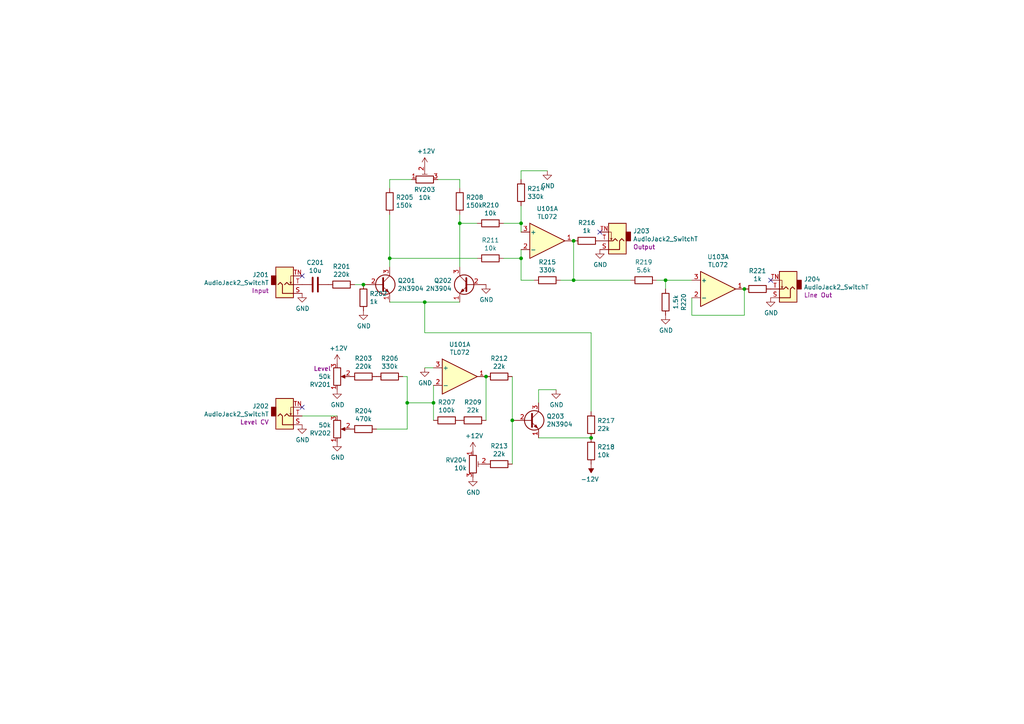
<source format=kicad_sch>
(kicad_sch (version 20211123) (generator eeschema)
  (paper "A4")
  (title_block (title "VCA") (date "2021-05-30") (rev "1.0"))
  (lib_symbols
    (symbol "Amplifier_Operational:TL072" (pin_names (offset 0.127))
      (property "Reference" "U" (at 0 5.08 0))
      (property "Value" "TL072" (at 0 -5.08 0))
      (symbol "TL072_1_1"
        (polyline (pts (xy -5.08 5.08) (xy 5.08 0) (xy -5.08 -5.08) (xy -5.08 5.08)) (stroke (width 0.254)) (fill (type background)))
        (pin output line (at 7.62 0 180) (length 2.54) (name "~") (number "1"))
        (pin input line (at -7.62 -2.54 0) (length 2.54) (name "-") (number "2"))
        (pin input line (at -7.62 2.54 0) (length 2.54) (name "+") (number "3"))
      )
      (symbol "TL072_2_1"
        (polyline (pts (xy -5.08 5.08) (xy 5.08 0) (xy -5.08 -5.08) (xy -5.08 5.08)) (stroke (width 0.254)) (fill (type background)))
        (pin input line (at -7.62 2.54 0) (length 2.54) (name "+") (number "5"))
        (pin input line (at -7.62 -2.54 0) (length 2.54) (name "-") (number "6"))
        (pin output line (at 7.62 0 180) (length 2.54) (name "~") (number "7"))
      )
      (symbol "TL072_3_1"
        (pin power_in line (at -2.54 -7.62 90) (length 3.81) (name "V-") (number "4"))
        (pin power_in line (at -2.54 7.62 270) (length 3.81) (name "V+") (number "8"))
      )
    )
    (symbol "Connector:AudioJack2_SwitchT"
      (property "Reference" "J" (at 0 8.89 0))
      (property "Value" "AudioJack2_SwitchT" (at 0 6.35 0))
      (symbol "AudioJack2_SwitchT_0_1"
        (rectangle (start -2.54 0) (end -3.81 -2.54) (stroke (width 0.254)) (fill (type outline)))
        (polyline (pts (xy 1.778 -0.254) (xy 2.032 -0.762)))
        (polyline (pts (xy 0 0) (xy 0.635 -0.635) (xy 1.27 0) (xy 2.54 0)) (stroke (width 0.254)))
        (polyline (pts (xy 2.54 -2.54) (xy 1.778 -2.54) (xy 1.778 -0.254) (xy 1.524 -0.762)))
        (polyline (pts (xy 2.54 2.54) (xy -0.635 2.54) (xy -0.635 0) (xy -1.27 -0.635) (xy -1.905 0)) (stroke (width 0.254)))
        (rectangle (start 2.54 3.81) (end -2.54 -5.08) (stroke (width 0.254)) (fill (type background)))
      )
      (symbol "AudioJack2_SwitchT_1_1"
        (pin passive line (at 5.08 2.54 180) (length 2.54) (name "~") (number "S"))
        (pin passive line (at 5.08 0 180) (length 2.54) (name "~") (number "T"))
        (pin passive line (at 5.08 -2.54 180) (length 2.54) (name "~") (number "TN"))
      )
    )
    (symbol "Device:C" (pin_numbers hide) (pin_names (offset 0.254))
      (property "Reference" "C" (at 0.635 2.54 0))
      (property "Value" "C" (at 0.635 -2.54 0))
      (symbol "C_0_1"
        (polyline (pts (xy -2.032 -0.762) (xy 2.032 -0.762)) (stroke (width 0.508)))
        (polyline (pts (xy -2.032 0.762) (xy 2.032 0.762)) (stroke (width 0.508)))
      )
      (symbol "C_1_1"
        (pin passive line (at 0 3.81 270) (length 2.794) (name "~") (number "1"))
        (pin passive line (at 0 -3.81 90) (length 2.794) (name "~") (number "2"))
      )
    )
    (symbol "Device:R" (pin_numbers hide) (pin_names (offset 0))
      (property "Reference" "R" (at 2.032 0 90))
      (property "Value" "R" (at 0 0 90))
      (symbol "R_0_1"
        (rectangle (start -1.016 -2.54) (end 1.016 2.54) (stroke (width 0.254)))
      )
      (symbol "R_1_1"
        (pin passive line (at 0 3.81 270) (length 1.27) (name "~") (number "1"))
        (pin passive line (at 0 -3.81 90) (length 1.27) (name "~") (number "2"))
      )
    )
    (symbol "Device:R_Potentiometer" (pin_names (offset 1.016) hide)
      (property "Reference" "RV" (at -4.445 0 90))
      (property "Value" "R_Potentiometer" (at -2.54 0 90))
      (symbol "R_Potentiometer_0_1"
        (polyline (pts (xy 2.54 0) (xy 1.524 0)))
        (polyline (pts (xy 1.143 0) (xy 2.286 0.508) (xy 2.286 -0.508) (xy 1.143 0)) (fill (type outline)))
        (rectangle (start 1.016 2.54) (end -1.016 -2.54) (stroke (width 0.254)))
      )
      (symbol "R_Potentiometer_1_1"
        (pin passive line (at 0 3.81 270) (length 1.27) (name "1") (number "1"))
        (pin passive line (at 3.81 0 180) (length 1.27) (name "2") (number "2"))
        (pin passive line (at 0 -3.81 90) (length 1.27) (name "3") (number "3"))
      )
    )
    (symbol "Device:R_Potentiometer_Trim" (pin_names (offset 1.016) hide)
      (property "Reference" "RV" (at -4.445 0 90))
      (property "Value" "R_Potentiometer_Trim" (at -2.54 0 90))
      (symbol "R_Potentiometer_Trim_0_1"
        (polyline (pts (xy 1.524 0.762) (xy 1.524 -0.762)))
        (polyline (pts (xy 2.54 0) (xy 1.524 0)))
        (rectangle (start 1.016 2.54) (end -1.016 -2.54) (stroke (width 0.254)))
      )
      (symbol "R_Potentiometer_Trim_1_1"
        (pin passive line (at 0 3.81 270) (length 1.27) (name "1") (number "1"))
        (pin passive line (at 3.81 0 180) (length 1.27) (name "2") (number "2"))
        (pin passive line (at 0 -3.81 90) (length 1.27) (name "3") (number "3"))
      )
    )
    (symbol "Transistor_BJT:2N3904" (pin_names (offset 0) hide)
      (property "Reference" "Q" (at 5.08 1.905 0))
      (property "Value" "2N3904" (at 5.08 0 0))
      (symbol "2N3904_0_1"
        (polyline (pts (xy 0.635 0.635) (xy 2.54 2.54)))
        (polyline (pts (xy 0.635 -0.635) (xy 2.54 -2.54) (xy 2.54 -2.54)))
        (polyline (pts (xy 0.635 1.905) (xy 0.635 -1.905) (xy 0.635 -1.905)) (stroke (width 0.508)))
        (polyline (pts (xy 1.27 -1.778) (xy 1.778 -1.27) (xy 2.286 -2.286) (xy 1.27 -1.778) (xy 1.27 -1.778)) (fill (type outline)))
        (circle (center 1.27 0) (radius 2.8194) (stroke (width 0.254)))
      )
      (symbol "2N3904_1_1"
        (pin passive line (at 2.54 -5.08 90) (length 2.54) (name "E") (number "1"))
        (pin passive line (at -5.08 0 0) (length 5.715) (name "B") (number "2"))
        (pin passive line (at 2.54 5.08 270) (length 2.54) (name "C") (number "3"))
      )
    )
    (symbol "power:+12V" (power) (pin_names (offset 0))
      (property "Value" "+12V" (at 0 3.556 0))
      (symbol "+12V_0_1"
        (polyline (pts (xy -0.762 1.27) (xy 0 2.54)))
        (polyline (pts (xy 0 0) (xy 0 2.54)))
        (polyline (pts (xy 0 2.54) (xy 0.762 1.27)))
      )
      (symbol "+12V_1_1"
        (pin power_in line (at 0 0 90) (length 0) hide (name "+12V") (number "1"))
      )
    )
    (symbol "power:-12V" (power) (pin_names (offset 0))
      (property "Value" "-12V" (at 0 3.81 0))
      (symbol "-12V_0_0"
        (pin power_in line (at 0 0 90) (length 0) hide (name "-12V") (number "1"))
      )
      (symbol "-12V_0_1"
        (polyline (pts (xy 0 0) (xy 0 1.27) (xy 0.762 1.27) (xy 0 2.54) (xy -0.762 1.27) (xy 0 1.27)) (fill (type outline)))
      )
    )
    (symbol "power:GND" (power) (pin_names (offset 0))
      (property "Value" "GND" (at 0 -3.81 0))
      (symbol "GND_0_1"
        (polyline (pts (xy 0 0) (xy 0 -1.27) (xy 1.27 -1.27) (xy 0 -2.54) (xy -1.27 -1.27) (xy 0 -1.27)))
      )
      (symbol "GND_1_1"
        (pin power_in line (at 0 0 270) (length 0) hide (name "GND") (number "1"))
      )
    )
  )
  (junction (at 148.59 121.92))
  (junction (at 215.9 83.82))
  (junction (at 151.13 64.77))
  (junction (at 113.03 74.93))
  (junction (at 166.37 69.85))
  (junction (at 118.11 116.84))
  (junction (at 133.35 64.77))
  (junction (at 105.41 82.55))
  (junction (at 125.73 116.84))
  (junction (at 123.19 87.63))
  (junction (at 193.04 81.28))
  (junction (at 140.97 109.22))
  (junction (at 171.45 127))
  (junction (at 166.37 81.28))
  (junction (at 151.13 74.93))
  (no_connect (at 87.63 80.01))
  (no_connect (at 87.63 118.11))
  (no_connect (at 173.99 67.31))
  (no_connect (at 223.52 81.28))
  (wire (pts (xy 193.04 81.28) (xy 193.04 83.82)))
  (wire (pts (xy 113.03 54.61) (xy 113.03 52.07)))
  (wire (pts (xy 123.19 87.63) (xy 133.35 87.63)))
  (wire (pts (xy 113.03 87.63) (xy 123.19 87.63)))
  (wire (pts (xy 118.11 116.84) (xy 125.73 116.84)))
  (wire (pts (xy 148.59 109.22) (xy 148.59 121.92)))
  (wire (pts (xy 162.56 81.28) (xy 166.37 81.28)))
  (wire (pts (xy 113.03 62.23) (xy 113.03 74.93)))
  (wire (pts (xy 118.11 109.22) (xy 118.11 116.84)))
  (wire (pts (xy 87.63 120.65) (xy 97.79 120.65)))
  (wire (pts (xy 156.21 113.03) (xy 161.29 113.03)))
  (wire (pts (xy 151.13 52.07) (xy 151.13 49.53)))
  (wire (pts (xy 140.97 121.92) (xy 140.97 109.22)))
  (wire (pts (xy 171.45 119.38) (xy 171.45 96.52)))
  (wire (pts (xy 171.45 96.52) (xy 123.19 96.52)))
  (wire (pts (xy 200.66 86.36) (xy 200.66 91.44)))
  (wire (pts (xy 215.9 91.44) (xy 215.9 83.82)))
  (wire (pts (xy 148.59 121.92) (xy 148.59 134.62)))
  (wire (pts (xy 113.03 74.93) (xy 113.03 77.47)))
  (wire (pts (xy 133.35 64.77) (xy 133.35 77.47)))
  (wire (pts (xy 146.05 64.77) (xy 151.13 64.77)))
  (wire (pts (xy 116.84 109.22) (xy 118.11 109.22)))
  (wire (pts (xy 166.37 81.28) (xy 182.88 81.28)))
  (wire (pts (xy 151.13 81.28) (xy 154.94 81.28)))
  (wire (pts (xy 151.13 74.93) (xy 151.13 81.28)))
  (wire (pts (xy 127 52.07) (xy 133.35 52.07)))
  (wire (pts (xy 190.5 81.28) (xy 193.04 81.28)))
  (wire (pts (xy 123.19 106.68) (xy 125.73 106.68)))
  (wire (pts (xy 138.43 64.77) (xy 133.35 64.77)))
  (wire (pts (xy 118.11 116.84) (xy 118.11 124.46)))
  (wire (pts (xy 133.35 62.23) (xy 133.35 64.77)))
  (wire (pts (xy 125.73 116.84) (xy 125.73 121.92)))
  (wire (pts (xy 118.11 124.46) (xy 109.22 124.46)))
  (wire (pts (xy 193.04 81.28) (xy 200.66 81.28)))
  (wire (pts (xy 151.13 49.53) (xy 158.75 49.53)))
  (wire (pts (xy 102.87 82.55) (xy 105.41 82.55)))
  (wire (pts (xy 166.37 81.28) (xy 166.37 69.85)))
  (wire (pts (xy 151.13 72.39) (xy 151.13 74.93)))
  (wire (pts (xy 123.19 87.63) (xy 123.19 96.52)))
  (wire (pts (xy 138.43 74.93) (xy 113.03 74.93)))
  (wire (pts (xy 151.13 59.69) (xy 151.13 64.77)))
  (wire (pts (xy 146.05 74.93) (xy 151.13 74.93)))
  (wire (pts (xy 113.03 52.07) (xy 119.38 52.07)))
  (wire (pts (xy 125.73 111.76) (xy 125.73 116.84)))
  (wire (pts (xy 156.21 116.84) (xy 156.21 113.03)))
  (wire (pts (xy 156.21 127) (xy 171.45 127)))
  (wire (pts (xy 200.66 91.44) (xy 215.9 91.44)))
  (wire (pts (xy 133.35 52.07) (xy 133.35 54.61)))
  (wire (pts (xy 151.13 64.77) (xy 151.13 67.31)))
  (symbol (lib_id "Device:R") (at 105.41 109.22 90)
    (property "Reference" "R203" (at 105.41 103.9622 90))
    (property "Value" "220k" (at 105.41 106.2736 90))
    (property "Footprint" "Resistor_THT:R_Axial_DIN0207_L6.3mm_D2.5mm_P7.62mm_Horizontal" (effects hide))
  )
  (symbol (lib_id "Device:R_Potentiometer") (at 97.79 124.46 0) (mirror x)
    (property "Reference" "RV202" (at 96.012 125.6284 0) (effects (justify right)))
    (property "Value" "50k" (at 96.012 123.317 0) (effects (justify right)))
    (property "Footprint" "Potentiometer_THT:Potentiometer_Alpha_RD901F-40-00D_Single_Vertical_CircularHoles" (effects hide))
  )
  (symbol (lib_id "Amplifier_Operational:TL072") (at 133.35 109.22 0)
    (property "Reference" "U101" (at 133.35 99.8982 0))
    (property "Value" "TL072" (at 133.35 102.2096 0))
    (property "Footprint" "Package_DIP:DIP-8_W7.62mm_Socket" (effects hide))
    (property "Datasheet" "http://www.ti.com/lit/ds/symlink/tl071.pdf" (effects hide))
  )
  (symbol (lib_id "Transistor_BJT:2N3904") (at 153.67 121.92 0)
    (property "Reference" "Q203" (at 158.496 120.7516 0) (effects (justify left)))
    (property "Value" "2N3904" (at 158.496 123.063 0) (effects (justify left)))
    (property "Footprint" "Package_TO_SOT_THT:TO-92_Inline" (effects hide))
    (property "Datasheet" "https://www.onsemi.com/pub/Collateral/2N3903-D.PDF" (effects hide))
  )
  (symbol (lib_id "Device:R_Potentiometer_Trim") (at 137.16 134.62 0)
    (property "Reference" "RV204" (at 135.382 133.4516 0) (effects (justify right)))
    (property "Value" "10k" (at 135.382 135.763 0) (effects (justify right)))
    (property "Footprint" "Potentiometer_THT:Potentiometer_Runtron_RM-065_Vertical" (effects hide))
  )
  (symbol (lib_id "Device:R") (at 113.03 109.22 90)
    (property "Reference" "R206" (at 113.03 103.9622 90))
    (property "Value" "330k" (at 113.03 106.2736 90))
    (property "Footprint" "Resistor_THT:R_Axial_DIN0207_L6.3mm_D2.5mm_P7.62mm_Horizontal" (effects hide))
  )
  (symbol (lib_id "Device:R_Potentiometer") (at 97.79 109.22 0) (mirror x)
    (property "Reference" "RV201" (at 96.012 111.5314 0) (effects (justify right)))
    (property "Value" "50k" (at 96.012 109.22 0) (effects (justify right)))
    (property "Footprint" "Potentiometer_THT:Potentiometer_Alpha_RD901F-40-00D_Single_Vertical_CircularHoles" (effects hide))
    (property "Description" "Level" (at 96.012 106.9086 0) (effects (justify right)))
  )
  (symbol (lib_id "power:+12V") (at 97.79 105.41 0)
    (property "Reference" "#PWR0303" (effects hide))
    (property "Value" "+12V" (at 98.171 101.0158 0))
  )
  (symbol (lib_id "power:GND") (at 97.79 113.03 0)
    (property "Reference" "#PWR0304" (effects hide))
    (property "Value" "GND" (at 97.917 117.4242 0))
  )
  (symbol (lib_id "power:GND") (at 97.79 128.27 0)
    (property "Reference" "#PWR0305" (effects hide))
    (property "Value" "GND" (at 97.917 132.6642 0))
  )
  (symbol (lib_id "Connector:AudioJack2_SwitchT") (at 82.55 120.65 0) (mirror x)
    (property "Reference" "J202" (at 78.0034 117.8052 0) (effects (justify right)))
    (property "Value" "AudioJack2_SwitchT" (at 78.0034 120.1166 0) (effects (justify right)))
    (property "Footprint" "Connector_Audio:Jack_3.5mm_QingPu_WQP-PJ398SM_Vertical_CircularHoles" (effects hide))
    (property "Description" "Level CV" (at 78.0034 122.428 0) (effects (justify right)))
  )
  (symbol (lib_id "power:GND") (at 87.63 123.19 0)
    (property "Reference" "#PWR0302" (effects hide))
    (property "Value" "GND" (at 87.757 127.5842 0))
  )
  (symbol (lib_id "Device:R") (at 105.41 124.46 90)
    (property "Reference" "R204" (at 105.41 119.2022 90))
    (property "Value" "470k" (at 105.41 121.5136 90))
    (property "Footprint" "Resistor_THT:R_Axial_DIN0207_L6.3mm_D2.5mm_P7.62mm_Horizontal" (effects hide))
  )
  (symbol (lib_id "Device:R") (at 129.54 121.92 90)
    (property "Reference" "R207" (at 129.54 116.6622 90))
    (property "Value" "100k" (at 129.54 118.9736 90))
    (property "Footprint" "Resistor_THT:R_Axial_DIN0207_L6.3mm_D2.5mm_P7.62mm_Horizontal" (effects hide))
  )
  (symbol (lib_id "Device:R") (at 137.16 121.92 90)
    (property "Reference" "R209" (at 137.16 116.6622 90))
    (property "Value" "22k" (at 137.16 118.9736 90))
    (property "Footprint" "Resistor_THT:R_Axial_DIN0207_L6.3mm_D2.5mm_P7.62mm_Horizontal" (effects hide))
  )
  (symbol (lib_id "power:GND") (at 123.19 106.68 0)
    (property "Reference" "#PWR0308" (effects hide))
    (property "Value" "GND" (at 123.317 111.0742 0))
  )
  (symbol (lib_id "power:GND") (at 137.16 138.43 0)
    (property "Reference" "#PWR0310" (effects hide))
    (property "Value" "GND" (at 137.287 142.8242 0))
  )
  (symbol (lib_id "power:+12V") (at 137.16 130.81 0)
    (property "Reference" "#PWR0309" (effects hide))
    (property "Value" "+12V" (at 137.541 126.4158 0))
  )
  (symbol (lib_id "Device:R") (at 144.78 134.62 90)
    (property "Reference" "R213" (at 144.78 129.3622 90))
    (property "Value" "22k" (at 144.78 131.6736 90))
    (property "Footprint" "Resistor_THT:R_Axial_DIN0207_L6.3mm_D2.5mm_P7.62mm_Horizontal" (effects hide))
  )
  (symbol (lib_id "Device:R") (at 144.78 109.22 90)
    (property "Reference" "R212" (at 144.78 103.9622 90))
    (property "Value" "22k" (at 144.78 106.2736 90))
    (property "Footprint" "Resistor_THT:R_Axial_DIN0207_L6.3mm_D2.5mm_P7.62mm_Horizontal" (effects hide))
  )
  (symbol (lib_id "power:GND") (at 161.29 113.03 0)
    (property "Reference" "#PWR0313" (effects hide))
    (property "Value" "GND" (at 161.417 117.4242 0))
  )
  (symbol (lib_id "Transistor_BJT:2N3904") (at 110.49 82.55 0)
    (property "Reference" "Q201" (at 115.316 81.3816 0) (effects (justify left)))
    (property "Value" "2N3904" (at 115.316 83.693 0) (effects (justify left)))
    (property "Footprint" "Package_TO_SOT_THT:TO-92_Inline" (effects hide))
    (property "Datasheet" "https://www.onsemi.com/pub/Collateral/2N3903-D.PDF" (effects hide))
  )
  (symbol (lib_id "Transistor_BJT:2N3904") (at 135.89 82.55 0) (mirror y)
    (property "Reference" "Q202" (at 131.0386 81.3816 0) (effects (justify left)))
    (property "Value" "2N3904" (at 131.0386 83.693 0) (effects (justify left)))
    (property "Footprint" "Package_TO_SOT_THT:TO-92_Inline" (effects hide))
    (property "Datasheet" "https://www.onsemi.com/pub/Collateral/2N3903-D.PDF" (effects hide))
  )
  (symbol (lib_id "power:GND") (at 140.97 82.55 0)
    (property "Reference" "#PWR0311" (effects hide))
    (property "Value" "GND" (at 141.097 86.9442 0))
  )
  (symbol (lib_id "Device:R") (at 105.41 86.36 180)
    (property "Reference" "R202" (at 107.188 85.1916 0) (effects (justify right)))
    (property "Value" "1k" (at 107.188 87.503 0) (effects (justify right)))
    (property "Footprint" "Resistor_THT:R_Axial_DIN0207_L6.3mm_D2.5mm_P7.62mm_Horizontal" (effects hide))
  )
  (symbol (lib_id "power:GND") (at 105.41 90.17 0)
    (property "Reference" "#PWR0306" (effects hide))
    (property "Value" "GND" (at 105.537 94.5642 0))
  )
  (symbol (lib_id "Device:R") (at 99.06 82.55 90)
    (property "Reference" "R201" (at 99.06 77.2922 90))
    (property "Value" "220k" (at 99.06 79.6036 90))
    (property "Footprint" "Resistor_THT:R_Axial_DIN0207_L6.3mm_D2.5mm_P7.62mm_Horizontal" (effects hide))
  )
  (symbol (lib_id "Device:C") (at 91.44 82.55 90)
    (property "Reference" "C201" (at 91.44 76.1492 90))
    (property "Value" "10u" (at 91.44 78.4606 90))
    (property "Footprint" "Capacitor_THT:C_Disc_D5.0mm_W2.5mm_P5.00mm" (effects hide))
  )
  (symbol (lib_id "Connector:AudioJack2_SwitchT") (at 82.55 82.55 0) (mirror x)
    (property "Reference" "J201" (at 78.0034 79.7052 0) (effects (justify right)))
    (property "Value" "AudioJack2_SwitchT" (at 78.0034 82.0166 0) (effects (justify right)))
    (property "Footprint" "Connector_Audio:Jack_3.5mm_QingPu_WQP-PJ398SM_Vertical_CircularHoles" (effects hide))
    (property "Description" "Input" (at 78.0034 84.328 0) (effects (justify right)))
  )
  (symbol (lib_id "power:GND") (at 87.63 85.09 0)
    (property "Reference" "#PWR0301" (effects hide))
    (property "Value" "GND" (at 87.757 89.4842 0))
  )
  (symbol (lib_id "Device:R") (at 133.35 58.42 180)
    (property "Reference" "R208" (at 135.128 57.2516 0) (effects (justify right)))
    (property "Value" "150k" (at 135.128 59.563 0) (effects (justify right)))
    (property "Footprint" "Resistor_THT:R_Axial_DIN0207_L6.3mm_D2.5mm_P7.62mm_Horizontal" (effects hide))
  )
  (symbol (lib_id "Amplifier_Operational:TL072") (at 158.75 69.85 0)
    (property "Reference" "U101" (at 158.75 60.5282 0))
    (property "Value" "TL072" (at 158.75 62.8396 0))
    (property "Footprint" "Package_DIP:DIP-8_W7.62mm_Socket" (effects hide))
    (property "Datasheet" "http://www.ti.com/lit/ds/symlink/tl071.pdf" (effects hide))
  )
  (symbol (lib_id "Device:R") (at 158.75 81.28 90)
    (property "Reference" "R215" (at 158.75 76.0222 90))
    (property "Value" "330k" (at 158.75 78.3336 90))
    (property "Footprint" "Resistor_THT:R_Axial_DIN0207_L6.3mm_D2.5mm_P7.62mm_Horizontal" (effects hide))
  )
  (symbol (lib_id "Device:R") (at 151.13 55.88 180)
    (property "Reference" "R214" (at 152.908 54.7116 0) (effects (justify right)))
    (property "Value" "330k" (at 152.908 57.023 0) (effects (justify right)))
    (property "Footprint" "Resistor_THT:R_Axial_DIN0207_L6.3mm_D2.5mm_P7.62mm_Horizontal" (effects hide))
  )
  (symbol (lib_id "power:GND") (at 158.75 49.53 0)
    (property "Reference" "#PWR0312" (effects hide))
    (property "Value" "GND" (at 158.877 53.9242 0))
  )
  (symbol (lib_id "Device:R") (at 142.24 64.77 90)
    (property "Reference" "R210" (at 142.24 59.5122 90))
    (property "Value" "10k" (at 142.24 61.8236 90))
    (property "Footprint" "Resistor_THT:R_Axial_DIN0207_L6.3mm_D2.5mm_P7.62mm_Horizontal" (effects hide))
  )
  (symbol (lib_id "Device:R") (at 142.24 74.93 90)
    (property "Reference" "R211" (at 142.24 69.6722 90))
    (property "Value" "10k" (at 142.24 71.9836 90))
    (property "Footprint" "Resistor_THT:R_Axial_DIN0207_L6.3mm_D2.5mm_P7.62mm_Horizontal" (effects hide))
  )
  (symbol (lib_id "Device:R") (at 113.03 58.42 180)
    (property "Reference" "R205" (at 114.808 57.2516 0) (effects (justify right)))
    (property "Value" "150k" (at 114.808 59.563 0) (effects (justify right)))
    (property "Footprint" "Resistor_THT:R_Axial_DIN0207_L6.3mm_D2.5mm_P7.62mm_Horizontal" (effects hide))
  )
  (symbol (lib_id "Device:R_Potentiometer_Trim") (at 123.19 52.07 90)
    (property "Reference" "RV203" (at 123.19 54.991 90))
    (property "Value" "10k" (at 123.19 57.3024 90))
    (property "Footprint" "Potentiometer_THT:Potentiometer_Runtron_RM-065_Vertical" (effects hide))
  )
  (symbol (lib_id "power:+12V") (at 123.19 48.26 0)
    (property "Reference" "#PWR0307" (effects hide))
    (property "Value" "+12V" (at 123.571 43.8658 0))
  )
  (symbol (lib_id "Device:R") (at 171.45 123.19 180)
    (property "Reference" "R217" (at 173.228 122.0216 0) (effects (justify right)))
    (property "Value" "22k" (at 173.228 124.333 0) (effects (justify right)))
    (property "Footprint" "Resistor_THT:R_Axial_DIN0207_L6.3mm_D2.5mm_P7.62mm_Horizontal" (effects hide))
  )
  (symbol (lib_id "Device:R") (at 171.45 130.81 180)
    (property "Reference" "R218" (at 173.228 129.6416 0) (effects (justify right)))
    (property "Value" "10k" (at 173.228 131.953 0) (effects (justify right)))
    (property "Footprint" "Resistor_THT:R_Axial_DIN0207_L6.3mm_D2.5mm_P7.62mm_Horizontal" (effects hide))
  )
  (symbol (lib_id "power:-12V") (at 171.45 134.62 180)
    (property "Reference" "#PWR0314" (effects hide))
    (property "Value" "-12V" (at 171.069 139.0142 0))
  )
  (symbol (lib_id "Connector:AudioJack2_SwitchT") (at 179.07 69.85 180)
    (property "Reference" "J203" (at 183.6166 67.0052 0) (effects (justify right)))
    (property "Value" "AudioJack2_SwitchT" (at 183.6166 69.3166 0) (effects (justify right)))
    (property "Footprint" "Connector_Audio:Jack_3.5mm_QingPu_WQP-PJ398SM_Vertical_CircularHoles" (effects hide))
    (property "Description" "Output" (at 183.6166 71.628 0) (effects (justify right)))
  )
  (symbol (lib_id "power:GND") (at 173.99 72.39 0)
    (property "Reference" "#PWR0315" (effects hide))
    (property "Value" "GND" (at 174.117 76.7842 0))
  )
  (symbol (lib_id "Device:R") (at 170.18 69.85 90)
    (property "Reference" "R216" (at 170.18 64.5922 90))
    (property "Value" "1k" (at 170.18 66.9036 90))
    (property "Footprint" "Resistor_THT:R_Axial_DIN0207_L6.3mm_D2.5mm_P7.62mm_Horizontal" (effects hide))
  )
  (symbol (lib_id "Device:R") (at 193.04 87.63 0)
    (property "Reference" "R220" (at 198.2978 87.63 90))
    (property "Value" "1.5k" (at 195.9864 87.63 90))
    (property "Footprint" "Resistor_THT:R_Axial_DIN0207_L6.3mm_D2.5mm_P7.62mm_Horizontal" (effects hide))
  )
  (symbol (lib_id "power:GND") (at 193.04 91.44 0)
    (property "Reference" "#PWR0316" (effects hide))
    (property "Value" "GND" (at 193.167 95.8342 0))
  )
  (symbol (lib_id "Connector:AudioJack2_SwitchT") (at 228.6 83.82 180)
    (property "Reference" "J204" (at 233.1466 80.9752 0) (effects (justify right)))
    (property "Value" "AudioJack2_SwitchT" (at 233.1466 83.2866 0) (effects (justify right)))
    (property "Footprint" "Connector_Audio:Jack_3.5mm_QingPu_WQP-PJ398SM_Vertical_CircularHoles" (effects hide))
    (property "Description" "Line Out" (at 233.1466 85.598 0) (effects (justify right)))
  )
  (symbol (lib_id "power:GND") (at 223.52 86.36 0)
    (property "Reference" "#PWR0317" (effects hide))
    (property "Value" "GND" (at 223.647 90.7542 0))
  )
  (symbol (lib_id "Amplifier_Operational:TL072") (at 208.28 83.82 0)
    (property "Reference" "U103" (at 208.28 74.4982 0))
    (property "Value" "TL072" (at 208.28 76.8096 0))
    (property "Footprint" "Package_DIP:DIP-8_W7.62mm_Socket" (effects hide))
    (property "Datasheet" "http://www.ti.com/lit/ds/symlink/tl071.pdf" (effects hide))
  )
  (symbol (lib_id "Device:R") (at 219.71 83.82 90)
    (property "Reference" "R221" (at 219.71 78.5622 90))
    (property "Value" "1k" (at 219.71 80.8736 90))
    (property "Footprint" "Resistor_THT:R_Axial_DIN0207_L6.3mm_D2.5mm_P7.62mm_Horizontal" (effects hide))
  )
  (symbol (lib_id "Device:R") (at 186.69 81.28 90)
    (property "Reference" "R219" (at 186.69 76.0222 90))
    (property "Value" "5.6k" (at 186.69 78.3336 90))
    (property "Footprint" "Resistor_THT:R_Axial_DIN0207_L6.3mm_D2.5mm_P7.62mm_Horizontal" (effects hide))
  )
)
</source>
